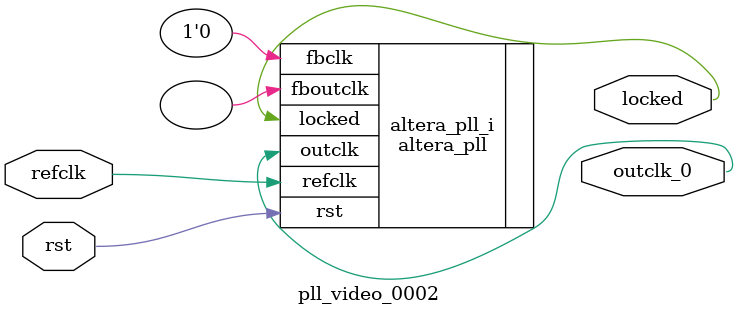
<source format=v>
`timescale 1ns/10ps
module  pll_video_0002(

	// interface 'refclk'
	input wire refclk,

	// interface 'reset'
	input wire rst,

	// interface 'outclk0'
	output wire outclk_0,

	// interface 'locked'
	output wire locked
);

	altera_pll #(
		.fractional_vco_multiplier("false"),
		.reference_clock_frequency("50.0 MHz"),
		.operation_mode("direct"),
		.number_of_clocks(1),
		.output_clock_frequency0("74.242424 MHz"),
		.phase_shift0("0 ps"),
		.duty_cycle0(50),
		.output_clock_frequency1("0 MHz"),
		.phase_shift1("0 ps"),
		.duty_cycle1(50),
		.output_clock_frequency2("0 MHz"),
		.phase_shift2("0 ps"),
		.duty_cycle2(50),
		.output_clock_frequency3("0 MHz"),
		.phase_shift3("0 ps"),
		.duty_cycle3(50),
		.output_clock_frequency4("0 MHz"),
		.phase_shift4("0 ps"),
		.duty_cycle4(50),
		.output_clock_frequency5("0 MHz"),
		.phase_shift5("0 ps"),
		.duty_cycle5(50),
		.output_clock_frequency6("0 MHz"),
		.phase_shift6("0 ps"),
		.duty_cycle6(50),
		.output_clock_frequency7("0 MHz"),
		.phase_shift7("0 ps"),
		.duty_cycle7(50),
		.output_clock_frequency8("0 MHz"),
		.phase_shift8("0 ps"),
		.duty_cycle8(50),
		.output_clock_frequency9("0 MHz"),
		.phase_shift9("0 ps"),
		.duty_cycle9(50),
		.output_clock_frequency10("0 MHz"),
		.phase_shift10("0 ps"),
		.duty_cycle10(50),
		.output_clock_frequency11("0 MHz"),
		.phase_shift11("0 ps"),
		.duty_cycle11(50),
		.output_clock_frequency12("0 MHz"),
		.phase_shift12("0 ps"),
		.duty_cycle12(50),
		.output_clock_frequency13("0 MHz"),
		.phase_shift13("0 ps"),
		.duty_cycle13(50),
		.output_clock_frequency14("0 MHz"),
		.phase_shift14("0 ps"),
		.duty_cycle14(50),
		.output_clock_frequency15("0 MHz"),
		.phase_shift15("0 ps"),
		.duty_cycle15(50),
		.output_clock_frequency16("0 MHz"),
		.phase_shift16("0 ps"),
		.duty_cycle16(50),
		.output_clock_frequency17("0 MHz"),
		.phase_shift17("0 ps"),
		.duty_cycle17(50),
		.pll_type("General"),
		.pll_subtype("General")
	) altera_pll_i (
		.rst	(rst),
		.outclk	({outclk_0}),
		.locked	(locked),
		.fboutclk	( ),
		.fbclk	(1'b0),
		.refclk	(refclk)
	);
endmodule


</source>
